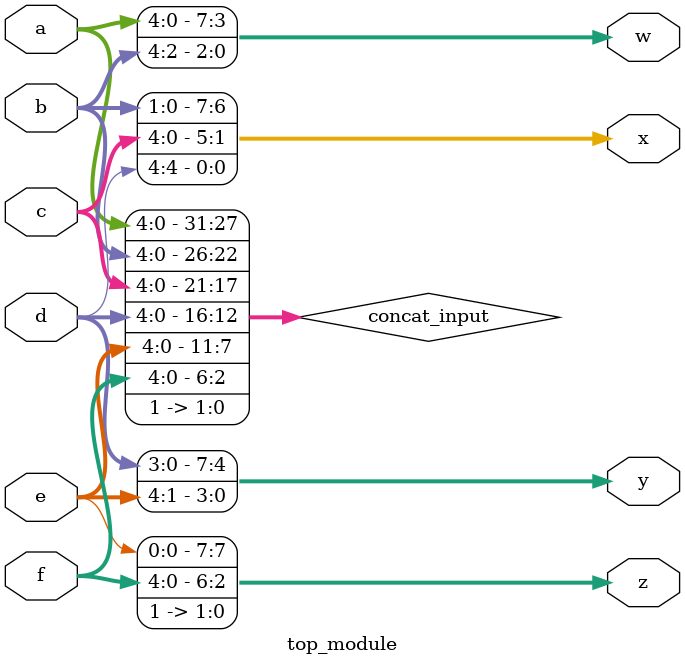
<source format=sv>
module top_module (
    input [4:0] a,
    input [4:0] b,
    input [4:0] c,
    input [4:0] d,
    input [4:0] e,
    input [4:0] f,
    output [7:0] w,
    output [7:0] x,
    output [7:0] y,
    output [7:0] z
);

    wire [31:0] concat_input;

    // Concatenate the input vectors followed by two 1 bits.
    assign concat_input = {a, b, c, d, e, f, 2'b11};

    // Split the concatenated result into four 8-bit output vectors.
    assign w = concat_input[31:24];
    assign x = concat_input[23:16];
    assign y = concat_input[15:8];
    assign z = concat_input[7:0];

endmodule

</source>
